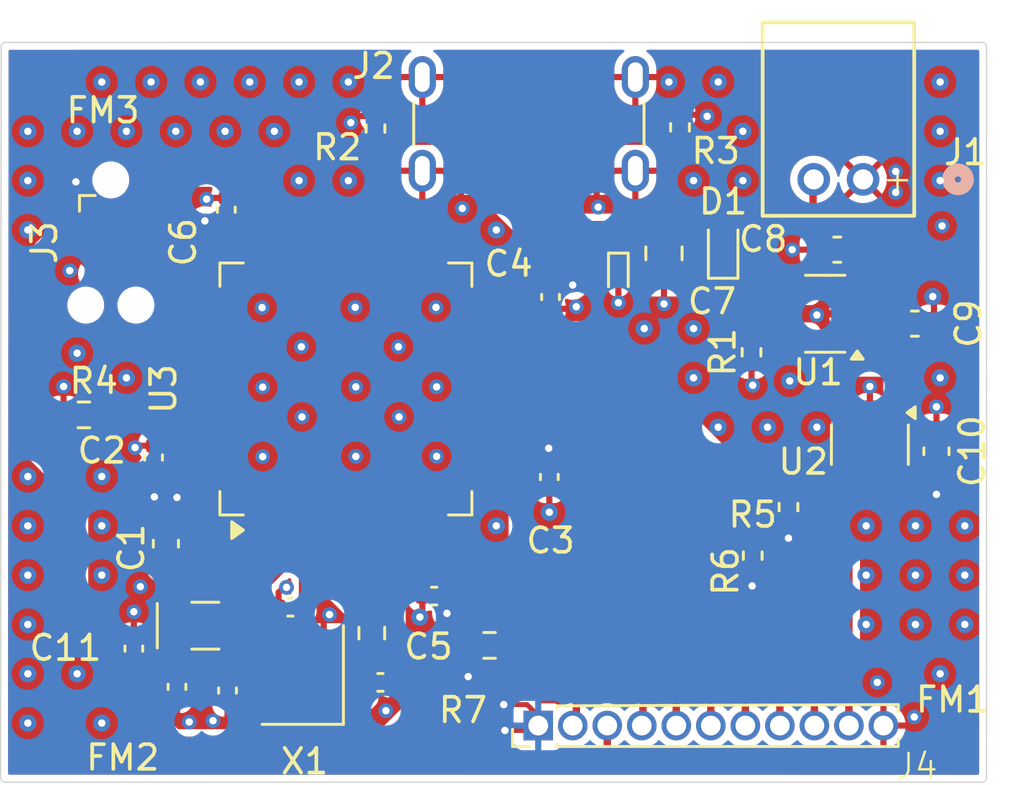
<source format=kicad_pcb>
(kicad_pcb (version 20240108) (generator "pcbnew") (generator_version "8.0")
  (layers (0 "F.Cu" signal) (1 "In1.Cu" signal) (2 "In2.Cu" signal) (31 "B.Cu" signal) (34 "B.Paste" user) (35 "F.Paste" user) (36 "B.SilkS" user "B.Silkscreen") (37 "F.SilkS" user "F.Silkscreen") (38 "B.Mask" user) (39 "F.Mask" user) (44 "Edge.Cuts" user))
  (net 0 "")
  (net 1 "GND")
  (net 2 "+3V3")
  (net 3 "/LSE_IN")
  (net 4 "/LSE_OUT")
  (net 5 "/HSE_IN")
  (net 6 "/SWD_NRST")
  (net 7 "/SW_TRC")
  (net 8 "/SW_CLK")
  (net 9 "/SW_DIO")
  (net 10 "Net-(J2-CC2)")
  (net 11 "Net-(J2-CC1)")
  (net 12 "/HSE_OUT")
  (net 13 "/GPIO_PA2")
  (net 14 "/SPI_MOSI")
  (net 15 "/SPI_SCK")
  (net 16 "/SPI_MISO")
  (net 17 "/TFT_DC")
  (net 18 "/I2C_SDA")
  (net 19 "/I2C_SCL")
  (net 20 "/TFT_TC")
  (net 21 "+5V")
  (net 22 "Net-(C13-Pad2)")
  (net 23 "Net-(U1-PROG)")
  (net 24 "Net-(U3-BOOT0)")
  (net 63 "/+")
  (net 64 "Net-(D1-K)")
  (footprint "Resistor_SMD:R_0402_1005Metric" (layer "F.Cu") (at 128.85 58.24 -90)
    (property "Reference" "R5")
    (property "Value" "4k7" (hide yes))
  )
  (footprint "Diode_SMD:D_SOD-923" (layer "F.Cu") (at 121.95 48.8 -90)
    (property "Reference" "D2" (hide yes))
    (property "Value" "TVS Diode" (hide yes))
  )
  (footprint "Fiducial:Fiducial_0.75mm_Mask1.5mm" (layer "F.Cu") (at 99.35 67.6)
    (property "Reference" "FM2")
    (property "Value" "Fiducial" (hide yes))
  )
  (footprint "Connector:Tag-Connect_TC2030-IDC-NL_2x03_P1.27mm_Vertical" (layer "F.Cu") (at 101.366 47.51 -90)
    (property "Reference" "J3")
    (property "Value" "Conn_ARM_SWD_TagConnect_TC2030-NL" (hide yes))
  )
  (footprint "Crystal:Crystal_SMD_EuroQuartz_EQ161-2Pin_3.2x1.5mm" (layer "F.Cu") (at 105.2 63.05)
    (property "Reference" "X2" (hide yes))
    (property "Value" "32KHz" (hide yes))
  )
  (footprint "Package_QFP:LQFP-64_10x10mm_P0.5mm" (layer "F.Cu") (at 110.9 53.45 90)
    (property "Reference" "U3")
    (property "Value" "STM32L476RGTx" (hide yes))
  )
  (footprint "Capacitor_SMD:C_0402_1005Metric" (layer "F.Cu") (at 108.65 62.3 180)
    (property "Reference" "C12" (hide yes))
    (property "Value" "20p" (hide yes))
  )
  (footprint "Fiducial:Fiducial_0.75mm_Mask1.5mm" (layer "F.Cu") (at 98.8 41.1)
    (property "Reference" "FM3")
    (property "Value" "Fiducial" (hide yes))
  )
  (footprint "Capacitor_SMD:C_0603_1608Metric" (layer "F.Cu") (at 103.6 59.725 -90)
    (property "Reference" "C1")
    (property "Value" "4u7" (hide yes))
  )
  (footprint "Health_Watch:CONN_S2B-PH-K-S_JST" (layer "F.Cu") (at 131.875 44.95 180)
    (property "Reference" "J1")
    (property "Value" "JST-PH-Conn" (hide yes))
  )
  (footprint "Resistor_SMD:R_0603_1608Metric" (layer "F.Cu") (at 111.95 63.35 90)
    (property "Reference" "R9" (hide yes))
    (property "Value" "390R" (hide yes))
  )
  (footprint "Capacitor_SMD:C_0402_1005Metric" (layer "F.Cu") (at 103.1 56.23 90)
    (property "Reference" "C2")
    (property "Value" "100n" (hide yes))
  )
  (footprint "Capacitor_SMD:C_0805_2012Metric" (layer "F.Cu") (at 123.8 47.95 -90)
    (property "Reference" "C7")
    (property "Value" "10u" (hide yes))
  )
  (footprint "Resistor_SMD:R_0402_1005Metric" (layer "F.Cu") (at 124.45 42.84 -90)
    (property "Reference" "R3")
    (property "Value" "5k1" (hide yes))
  )
  (footprint "Fiducial:Fiducial_0.75mm_Mask1.5mm" (layer "F.Cu") (at 135.4 67.6)
    (property "Reference" "FM1")
    (property "Value" "Fiducial" (hide yes))
  )
  (footprint "Capacitor_SMD:C_0603_1608Metric" (layer "F.Cu") (at 134.85 55.975 90)
    (property "Reference" "C10")
    (property "Value" "4u7" (hide yes))
  )
  (footprint "Capacitor_SMD:C_0603_1608Metric" (layer "F.Cu") (at 130.825 47.8 180)
    (property "Reference" "C8")
    (property "Value" "4u7" (hide yes))
  )
  (footprint "Capacitor_SMD:C_0402_1005Metric" (layer "F.Cu") (at 104.05 65.53 -90)
    (property "Reference" "C14" (hide yes))
    (property "Value" "10p" (hide yes))
  )
  (footprint "Capacitor_SMD:C_0603_1608Metric" (layer "F.Cu") (at 133.975 50.8)
    (property "Reference" "C9")
    (property "Value" "4u7" (hide yes))
  )
  (footprint "Capacitor_SMD:C_0402_1005Metric" (layer "F.Cu") (at 102.3 63.98 90)
    (property "Reference" "C11")
    (property "Value" "100n" (hide yes))
  )
  (footprint "Capacitor_SMD:C_0402_1005Metric" (layer "F.Cu") (at 112.3 65.35 180)
    (property "Reference" "C13" (hide yes))
    (property "Value" "20p" (hide yes))
  )
  (footprint "Resistor_SMD:R_0402_1005Metric" (layer "F.Cu") (at 127.35 51.96 90)
    (property "Reference" "R1")
    (property "Value" "5k1" (hide yes))
  )
  (footprint "Capacitor_SMD:C_0402_1005Metric" (layer "F.Cu") (at 114.48 61.85 180)
    (property "Reference" "C5")
    (property "Value" "100n" (hide yes))
  )
  (footprint "Resistor_SMD:R_0603_1608Metric" (layer "F.Cu") (at 100.275 54.5)
    (property "Reference" "R4")
    (property "Value" "10k" (hide yes))
  )
  (footprint "Package_TO_SOT_SMD:SOT-23-5" (layer "F.Cu") (at 130.3375 50.4 180)
    (property "Reference" "U1")
    (property "Value" "MCP73831-2-OT" (hide yes))
  )
  (footprint "Package_TO_SOT_SMD:SOT-23-5" (layer "F.Cu") (at 132.15 55.7125 -90)
    (property "Reference" "U2")
    (property "Value" "MIC5365-3.3YD5" (hide yes))
  )
  (footprint "Crystal:Crystal_SMD_3225-4Pin_3.2x2.5mm" (layer "F.Cu") (at 109.15 65.05 90)
    (property "Reference" "X1")
    (property "Value" "8MHz" (hide yes))
  )
  (footprint "Diode_SMD:D_SOD-523" (layer "F.Cu") (at 126.2 47.7 90)
    (property "Reference" "D1")
    (property "Value" "D_Schottky" (hide yes))
  )
  (footprint "Connector_USB:USB_C_Receptacle_GCT_USB4125-xx-x_6P_TopMnt_Horizontal" (layer "F.Cu") (at 118.32 41.6 180)
    (property "Reference" "J2")
    (property "Value" "USB_C_Receptacle_PowerOnly_6P" (hide yes))
  )
  (footprint "Capacitor_SMD:C_0402_1005Metric" (layer "F.Cu") (at 119.2 49.72 -90)
    (property "Reference" "C4")
    (property "Value" "100n" (hide yes))
  )
  (footprint "Connector_PinHeader_1.00mm:01x10_Conn_Hole" (layer "F.Cu") (at 126.05 67.1 90)
    (property "Reference" "J4")
    (property "Value" "Conn_01x11" (hide yes))
  )
  (footprint "Capacitor_SMD:C_0402_1005Metric" (layer "F.Cu") (at 106.1 65.68 -90)
    (property "Reference" "C15" (hide yes))
    (property "Value" "10p" (hide yes))
  )
  (footprint "Resistor_SMD:R_0402_1005Metric" (layer "F.Cu") (at 127.4 60.21 -90)
    (property "Reference" "R6")
    (property "Value" "4k7" (hide yes))
  )
  (footprint "Resistor_SMD:R_0402_1005Metric" (layer "F.Cu") (at 112.1 42.89 -90)
    (property "Reference" "R2")
    (property "Value" "5k1" (hide yes))
  )
  (footprint "Capacitor_SMD:C_0402_1005Metric" (layer "F.Cu") (at 119.15 57.02 -90)
    (property "Reference" "C3")
    (property "Value" "100n" (hide yes))
  )
  (footprint "Resistor_SMD:R_0603_1608Metric" (layer "F.Cu") (at 116.725 63.85 180)
    (property "Reference" "R7")
    (property "Value" "10K" (hide yes))
  )
  (footprint "Capacitor_SMD:C_0402_1005Metric" (layer "F.Cu") (at 106.05 46.18 90)
    (property "Reference" "C6")
    (property "Value" "100n" (hide yes))
  )
  (gr_line (start 96.897032 69.209178) (end 96.920243 39.603191) (stroke (width 0.05)) (layer "Edge.Cuts"))
  (gr_line (start 136.696978 69.396768) (end 97.1042 69.3928) (stroke (width 0.05)) (layer "Edge.Cuts"))
  (gr_line (start 97.380363 39.397734) (end 97.1042 39.3954) (stroke (width 0.05)) (layer "Edge.Cuts"))
  (gr_arc (start 96.920243 39.603191) (mid 96.965449 39.458299) (end 97.103865 39.396023) (stroke (width 0.05)) (layer "Edge.Cuts"))
  (gr_arc (start 136.6774 39.3954) (mid 136.822292 39.440606) (end 136.884568 39.579022) (stroke (width 0.05)) (layer "Edge.Cuts"))
  (gr_line (start 136.1694 39.3954) (end 136.6774 39.3954) (stroke (width 0.05)) (layer "Edge.Cuts"))
  (gr_line (start 97.380363 39.397734) (end 136.1694 39.3954) (stroke (width 0.05)) (layer "Edge.Cuts"))
  (gr_arc (start 136.8806 69.1896) (mid 136.835394 69.334492) (end 136.696978 69.396768) (stroke (width 0.05)) (layer "Edge.Cuts"))
  (gr_arc (start 97.1042 69.3928) (mid 96.959308 69.347594) (end 96.897032 69.209178) (stroke (width 0.05)) (layer "Edge.Cuts"))
  (gr_line (start 136.884568 39.579022) (end 136.8806 69.1896) (stroke (width 0.05)) (layer "Edge.Cuts"))
  (gr_text "+" (at 132.588 45.4914 0) (layer "F.SilkS") (effects (font (size 1 1) (thickness 0.1)) (justify left bottom)))
  (segment (start 103.409999 55.75) (end 104.008053 56.348054) (width 0.3) (layer "F.Cu") (net 1))
  (segment (start 107.65 46.710894) (end 106.639106 45.7) (width 0.3) (layer "F.Cu") (net 1))
  (segment (start 113.874894 61.75) (end 112.642 60.517106) (width 0.3) (layer "F.Cu") (net 1))
  (segment (start 106.639106 45.7) (end 106 45.7) (width 0.3) (layer "F.Cu") (net 1))
  (segment (start 104.008053 56.348054) (end 104.008053 56.691947) (width 0.3) (layer "F.Cu") (net 1))
  (segment (start 116.575 56.7) (end 117.85 56.7) (width 0.3) (layer "F.Cu") (net 1))
  (segment (start 114.07 61.75) (end 113.874894 61.75) (width 0.3) (layer "F.Cu") (net 1))
  (segment (start 117.85 56.7) (end 118.65 57.5) (width 0.3) (layer "F.Cu") (net 1))
  (segment (start 104.091947 56.691947) (end 104.1 56.7) (width 0.3) (layer "F.Cu") (net 1))
  (segment (start 116.575 50.2) (end 119.128 50.2) (width 0.3) (layer "F.Cu") (net 1))
  (segment (start 103.1 55.75) (end 103.409999 55.75) (width 0.3) (layer "F.Cu") (net 1))
  (segment (start 130.05 50.4) (end 130 50.45) (width 0.3) (layer "F.Cu") (net 1))
  (segment (start 104.1 56.7) (end 105.225 56.7) (width 0.3) (layer "F.Cu") (net 1))
  (segment (start 131.9 45.0223) (end 131.8451 44.9674) (width 0.3) (layer "F.Cu") (net 1))
  (segment (start 119.128 50.2) (end 119.148 50.22) (width 0.3) (layer "F.Cu") (net 1))
  (segment (start 118.65 57.5) (end 119.15 57.5) (width 0.3) (layer "F.Cu") (net 1))
  (segment (start 104.008053 56.691947) (end 104.091947 56.691947) (width 0.3) (layer "F.Cu") (net 1))
  (segment (start 112.642 60.102894) (end 112.642 60.517106) (width 0.3) (layer "F.Cu") (net 1))
  (segment (start 112.65 60.094894) (end 112.642 60.102894) (width 0.3) (layer "F.Cu") (net 1))
  (segment (start 119.113 50.185) (end 119.148 50.22) (width 0.3) (layer "F.Cu") (net 1))
  (segment (start 107.65 47.775) (end 107.65 46.710894) (width 0.3) (layer "F.Cu") (net 1))
  (segment (start 131.475 50.4) (end 130.05 50.4) (width 0.3) (layer "F.Cu") (net 1))
  (segment (start 112.65 59.125) (end 112.65 60.094894) (width 0.3) (layer "F.Cu") (net 1))
  (via (at 134 59) (size 0.7) (drill 0.3) (layers "F.Cu" "B.Cu") (net 1))
  (via (at 134.7 49.7) (size 0.7) (drill 0.3) (layers "F.Cu" "B.Cu") (net 1))
  (via (at 111.1 42.65) (size 0.6) (drill 0.3) (layers "F.Cu" "B.Cu") (net 1))
  (via (at 109.093 51.7398) (size 0.6) (drill 0.3) (layers "F.Cu" "B.Cu") (net 1))
  (via (at 121.95 49.95) (size 0.6) (drill 0.3) (layers "F.Cu" "B.Cu") (net 1))
  (via (at 134 63) (size 0.7) (drill 0.3) (layers "F.Cu" "B.Cu") (net 1))
  (via (at 134.85 54.175) (size 0.6) (drill 0.3) (layers "F.Cu" "B.Cu") (net 1))
  (via (at 109 45) (size 0.7) (drill 0.3) (layers "F.Cu" "B.Cu") (net 1))
  (via (at 127 45) (size 0.7) (drill 0.3) (layers "F.Cu" "B.Cu") (net 1))
  (via (at 127 43) (size 0.7) (drill 0.3) (layers "F.Cu" "B.Cu") (net 1))
  (via (at 99.7 48.65) (size 0.6) (drill 0.3) (layers "F.Cu" "B.Cu") (net 1))
  (via (at 108.492001 61.495238) (size 0.6) (drill 0.3) (layers "F.Cu" "B.Cu") (net 1))
  (via (at 128.9 53.125) (size 0.7) (drill 0.3) (layers "F.Cu" "B.Cu") (net 1))
  (via (at 98 61) (size 0.7) (drill 0.3) (layers "F.Cu" "B.Cu") (net 1))
  (via (at 112.522 66.4972) (size 0.6) (drill 0.3) (layers "F.Cu" "B.Cu") (net 1))
  (via (at 103 41) (size 0.7) (drill 0.3) (layers "F.Cu" "B.Cu") (net 1))
  (via (at 125 51) (size 0.7) (drill 0.3) (layers "F.Cu" "B.Cu") (net 1))
  (via (at 115.6208 46.1264) (size 0.6) (drill 0.3) (layers "F.Cu" "B.Cu") (net 1))
  (via (at 111 45) (size 0.7) (drill 0.3) (layers "F.Cu" "B.Cu") (net 1))
  (via (at 136 63) (size 0.7) (drill 0.3) (layers "F.Cu" "B.Cu") (net 1))
  (via (at 98 43) (size 0.7) (drill 0.3) (layers "F.Cu" "B.Cu") (net 1))
  (via (at 108 43) (size 0.7) (drill 0.3) (layers "F.Cu" "B.Cu") (net 1))
  (via (at 119.15 58.45) (size 0.7) (drill 0.3) (layers "F.Cu" "B.Cu") (net 1))
  (via (at 136 59) (size 0.7) (drill 0.3) (layers "F.Cu" "B.Cu") (net 1))
  (via (at 134 61) (size 0.7) (drill 0.3) (layers "F.Cu" "B.Cu") (net 1))
  (via (at 98 59) (size 0.7) (drill 0.3) (layers "F.Cu" "B.Cu") (net 1))
  (via (at 105.25 45.75) (size 0.6) (drill 0.3) (layers "F.Cu" "B.Cu") (net 1))
  (via (at 98 47) (size 0.7) (drill 0.3) (layers "F.Cu" "B.Cu") (net 1))
  (via (at 117 59) (size 0.7) (drill 0.3) (layers "F.Cu" "B.Cu") (net 1))
  (via (at 126 41) (size 0.7) (drill 0.3) (layers "F.Cu" "B.Cu") (net 1))
  (via (at 135.0772 46.8376) (size 0.6) (drill 0.3) (layers "F.Cu" "B.Cu") (net 1))
  (via (at 98 45) (size 0.7) (drill 0.3) (layers "F.Cu" "B.Cu") (net 1))
  (via (at 126 55) (size 0.7) (drill 0.3) (layers "F.Cu" "B.Cu") (net 1))
  (via (at 133.1976 44.6278) (size 0.6) (drill 0.3) (layers "F.Cu" "B.Cu") (net 1))
  (via (at 101 41) (size 0.7) (drill 0.3) (layers "F.Cu" "B.Cu") (net 1))
  (via (at 123 51) (size 0.7) (drill 0.3) (layers "F.Cu" "B.Cu") (net 1))
  (via (at 125 45) (size 0.7) (drill 0.3) (layers "F.Cu" "B.Cu") (net 1))
  (via (at 98 57) (size 0.7) (drill 0.3) (layers "F.Cu" "B.Cu") (net 1))
  (via (at 104 43) (size 0.7) (drill 0.3) (layers "F.Cu" "B.Cu") (net 1))
  (via (at 113.9 62.7) (size 0.7) (drill 0.3) (layers "F.Cu" "B.Cu") (net 1))
  (via (at 130 55) (size 0.7) (drill 0.3) (layers "F.Cu" "B.Cu") (net 1))
  (via (at 114.554 50.1396) (size 0.6) (drill 0.3) (layers "F.Cu" "B.Cu") (net 1))
  (via (at 102.3 62.484) (size 0.6) (drill 0.3) (layers "F.Cu" "B.Cu") (net 1))
  (via (at 117 47) (size 0.7) (drill 0.3) (layers "F.Cu" "B.Cu") (net 1))
  (via (at 101 59) (size 0.7) (drill 0.3) (layers "F.Cu" "B.Cu") (net 1))
  (via (at 98 67) (size 0.7) (drill 0.3) (layers "F.Cu" "B.Cu") (net 1))
  (via (at 133.1976 45.4778) (size 0.6) (drill 0.3) (layers "F.Cu" "B.Cu") (net 1))
  (via (at 120.2436 50.1142) (size 0.6) (drill 0.3) (layers "F.Cu" "B.Cu") (net 1))
  (via (at 107.5254 56.1952) (size 0.6) (drill 0.3) (layers "F.Cu" "B.Cu") (net 1))
  (via (at 113.03 51.7398) (size 0.6) (drill 0.3) (layers "F.Cu" "B.Cu") (net 1))
  (via (at 111 41) (size 0.7) (drill 0.3) (layers "F.Cu" "B.Cu") (net 1))
  (via (at 132 61) (size 0.7) (drill 0.3) (layers "F.Cu" "B.Cu") (net 1))
  (via (at 107.5 50.15) (size 0.6) (drill 0.3) (layers "F.Cu" "B.Cu") (net 1))
  (via (at 102.5652 61.468) (size 0.6) (drill 0.3) (layers "F.Cu" "B.Cu") (net 1))
  (via (at 109.1184 54.5846) (size 0.6) (drill 0.3) (layers "F.Cu" "B.Cu") (net 1))
  (via (at 135 41) (size 0.7) (drill 0.3) (layers "F.Cu" "B.Cu") (net 1))
  (via (at 101 67) (size 0.7) (drill 0.3) (layers "F.Cu" "B.Cu") (net 1))
  (via (at 98 63) (size 0.7) (drill 0.3) (layers "F.Cu" "B.Cu") (net 1))
  (via (at 125 53) (size 0.7) (drill 0.3) (layers "F.Cu" "B.Cu") (net 1))
  (via (at 99.45 53.35) (size 0.6) (drill 0.3) (layers "F.Cu" "B.Cu") (net 1))
  (via (at 101 57) (size 0.7) (drill 0.3) (layers "F.Cu" "B.Cu") (net 1))
  (via (at 127.4 53.3) (size 0.6) (drill 0.3) (layers "F.Cu" "B.Cu") (net 1))
  (via (at 114.5794 53.3654) (size 0.6) (drill 0.3) (layers "F.Cu" "B.Cu") (net 1))
  (via (at 101 61) (size 0.7) (drill 0.3) (layers "F.Cu" "B.Cu") (net 1))
  (via (at 135 65) (size 0.7) (drill 0.3) (layers "F.Cu" "B.Cu") (net 1))
  (via (at 107.5254 53.3758) (size 0.6) (drill 0.3) (layers "F.Cu" "B.Cu") (net 1))
  (via (at 107 41) (size 0.7) (drill 0.3) (layers "F.Cu" "B.Cu") (net 1))
  (via (at 102 53) (size 0.7) (drill 0.3) (layers "F.Cu" "B.Cu") (net 1))
  (via (at 110.236 62.6) (size 0.6) (drill 0.3) (layers "F.Cu" "B.Cu") (net 1))
  (via (at 100 65) (size 0.7) (drill 0.3) (layers "F.Cu" "B.Cu") (net 1))
  (via (at 124 41) (size 0.7) (drill 0.3) (layers "F.Cu" "B.Cu") (net 1))
  (via (at 133.95 66.75) (size 0.6) (drill 0.3) (layers "F.Cu" "B.Cu") (net 1))
  (via (at 102.35 55.8292) (size 0.6) (drill 0.3) (layers "F.Cu" "B.Cu") (net 1))
  (via (at 113.0554 54.5846) (size 0.6) (drill 0.3) (layers "F.Cu" "B.Cu") (net 1))
  (via (at 132 59) (size 0.7) (drill 0.3) (layers "F.Cu" "B.Cu") (net 1))
  (via (at 111.3028 53.3654) (size 0.6) (drill 0.3) (layers "F.Cu" "B.Cu") (net 1))
  (via (at 125.5522 42.3926) (size 0.6) (drill 0.3) (layers "F.Cu" "B.Cu") (net 1))
  (via (at 105.5116 66.9036) (size 0.6) (drill 0.3) (layers "F.Cu" "B.Cu") (net 1))
  (via (at 100 52) (size 0.7) (drill 0.3) (layers "F.Cu" "B.Cu") (net 1))
  (via (at 104.5464 66.9544) (size 0.6) (drill 0.3) (layers "F.Cu" "B.Cu") (net 1))
  (via (at 130 50.45) (size 0.6) (drill 0.3) (layers "F.Cu" "B.Cu") (net 1))
  (via (at 100 43) (size 0.7) (drill 0.3) (layers "F.Cu" "B.Cu") (net 1))
  (via (at 132.15 53.35) (size 0.6) (drill 0.3) (layers "F.Cu" "B.Cu") (net 1))
  (via (at 98 65) (size 0.7) (drill 0.3) (layers "F.Cu" "B.Cu") (net 1))
  (via (at 132.45 65.35) (size 0.6) (drill 0.3) (layers "F.Cu" "B.Cu") (net 1))
  (via (at 135 45) (size 0.7) (drill 0.3) (layers "F.Cu" "B.Cu") (net 1))
  (via (at 114.5794 56.1848) (size 0.6) (drill 0.3) (layers "F.Cu" "B.Cu") (net 1))
  (via (at 109 41) (size 0.7) (drill 0.3) (layers "F.Cu" "B.Cu") (net 1))
  (via (at 102 43) (size 0.7) (drill 0.3) (layers "F.Cu" "B.Cu") (net 1))
  (via (at 129 47.8) (size 0.6) (drill 0.3) (layers "F.Cu" "B.Cu") (net 1))
  (via (at 136 61) (size 0.7) (drill 0.3) (layers "F.Cu" "B.Cu") (net 1))
  (via (at 123.8 50) (size 0.6) (drill 0.3) (layers "F.Cu" "B.Cu") (net 1))
  (via (at 128 55) (size 0.7) (drill 0.3) (layers "F.Cu" "B.Cu") (net 1))
  (via (at 135 53) (size 0.7) (drill 0.3) (layers "F.Cu" "B.Cu") (net 1))
  (via (at 111.2774 50.1396) (size 0.6) (drill 0.3) (layers "F.Cu" "B.Cu") (net 1))
  (via (at 135 43) (size 0.7) (drill 0.3) (layers "F.Cu" "B.Cu") (net 1))
  (via (at 121.1326 46.0756) (size 0.6) (drill 0.3) (layers "F.Cu" "B.Cu") (net 1))
  (via (at 132 63) (size 0.7) (drill 0.3) (layers "F.Cu" "B.Cu") (net 1))
  (via (at 106 43) (size 0.7) (drill 0.3) (layers "F.Cu" "B.Cu") (net 1))
  (via (at 111.3028 56.1848) (size 0.6) (drill 0.3) (layers "F.Cu" "B.Cu") (net 1))
  (via (at 105 41) (size 0.7) (drill 0.3) (layers "F.Cu" "B.Cu") (net 1))
  (segment (start 118.648 49.26) (end 118.223 49.685) (width 0.3) (layer "F.Cu") (net 2))
  (segment (start 107.142 59.11) (end 106.9854 58.9534) (width 0.3) (layer "F.Cu") (net 2))
  (segment (start 118.2438 66.25) (end 118.8974 66.9036) (width 0.2) (layer "F.Cu") (net 2))
  (segment (start 105.1814 46.6344) (end 105.9744 46.6344) (width 0.3) (layer "F.Cu") (net 2))
  (segment (start 113.922 61.09) (end 114.44 61.09) (width 0.3) (layer "F.Cu") (net 2))
  (segment (start 106.9854 58.9534) (end 103.632 58.9534) (width 0.3) (layer "F.Cu") (net 2))
  (segment (start 116.575 56.2) (end 118.3284 56.2) (width 0.3) (layer "F.Cu") (net 2))
  (segment (start 114.44 61.09) (end 115.03 61.68) (width 0.3) (layer "F.Cu") (net 2))
  (segment (start 117.3 66.25) (end 118.2438 66.25) (width 0.2) (layer "F.Cu") (net 2))
  (segment (start 115.861 65.1168) (end 115.861 64.114) (width 0.3) (layer "F.Cu") (net 2))
  (segment (start 103.378 56.769) (end 103.809 57.2) (width 0.3) (layer "F.Cu") (net 2))
  (segment (start 115 62.55) (end 115 61.78) (width 0.3) (layer "F.Cu") (net 2))
  (segment (start 113.15 60.302) (end 113.142 60.31) (width 0.3) (layer "F.Cu") (net 2))
  (segment (start 118.6942 56.5658) (end 119.1514 56.5658) (width 0.3) (layer "F.Cu") (net 2))
  (segment (start 103.809 57.2) (end 105.225 57.2) (width 0.3) (layer "F.Cu") (net 2))
  (segment (start 115 61.78) (end 115.03 61.75) (width 0.3) (layer "F.Cu") (net 2))
  (segment (start 107.15 46.918) (end 106.892 46.66) (width 0.3) (layer "F.Cu") (net 2))
  (segment (start 113.15 59.125) (end 113.15 60.302) (width 0.3) (layer "F.Cu") (net 2))
  (segment (start 127.3746 60.6754) (end 127.4 60.65) (width 0.3) (layer "F.Cu") (net 2))
  (segment (start 99.95 45.05) (end 99.95 45.423) (width 0.3) (layer "F.Cu") (net 2))
  (segment (start 127.3746 61.4374) (end 127.3746 60.6754) (width 0.3) (layer "F.Cu") (net 2))
  (segment (start 118.501 67.3) (end 118.8974 66.9036) (width 0.2) (layer "F.Cu") (net 2))
  (segment (start 107.15 47.775) (end 107.15 46.918) (width 0.3) (layer "F.Cu") (net 2))
  (segment (start 118.223 49.685) (end 116.567 49.685) (width 0.3) (layer "F.Cu") (net 2))
  (segment (start 119.1514 56.5658) (end 119.1514 55.88) (width 0.3) (layer "F.Cu") (net 2))
  (segment (start 105.9744 46.6344) (end 106 46.66) (width 0.3) (layer "F.Cu") (net 2))
  (segment (start 119.1514 55.88) (end 119.126 55.8546) (width 0.3) (layer "F.Cu") (net 2))
  (segment (start 134.7 56.825) (end 134.85 56.675) (width 0.2) (layer "F.Cu") (net 2))
  (segment (start 134.85 57.725) (end 134.85 56.675) (width 0.2) (layer "F.Cu") (net 2))
  (segment (start 117.348 67.3) (end 118.501 67.3) (width 0.2) (layer "F.Cu") (net 2))
  (segment (start 106.892 46.66) (end 106 46.66) (width 0.3) (layer "F.Cu") (net 2))
  (segment (start 119.148 49.26) (end 120.073 49.26) (width 0.3) (layer "F.Cu") (net 2))
  (segment (start 99.95 45.423) (end 100.732 46.205) (width 0.3) (layer "F.Cu") (net 2))
  (segment (start 113.142 60.31) (end 113.922 61.09) (width 0.3) (layer "F.Cu") (net 2))
  (segment (start 118.648 49.26) (end 119.148 49.26) (width 0.3) (layer "F.Cu") (net 2))
  (segment (start 118.3284 56.2) (end 118.6942 56.5658) (width 0.3) (layer "F.Cu") (net 2))
  (segment (start 115.03 61.68) (end 115.03 61.75) (width 0.3) (layer "F.Cu") (net 2))
  (segment (start 128.85 59.5) (end 128.85 58.66) (width 0.3) (layer "F.Cu") (net 2))
  (segment (start 133.15 56.825) (end 134.7 56.825) (width 0.2) (layer "F.Cu") (net 2))
  (segment (start 120.073 49.26) (end 120.098 49.235) (width 0.3) (layer "F.Cu") (net 2))
  (via (at 104.05 57.85) (size 0.6) (drill 0.3) (layers "F.Cu" "B.Cu") (net 2))
  (via (at 127.3746 61.4374) (size 0.6) (drill 0.3) (layers "F.Cu" "B.Cu") (net 2))
  (via (at 103.132 57.828) (size 0.6) (drill 0.3) (layers "F.Cu" "B.Cu") (net 2))
  (via (at 99.95 45.05) (size 0.6) (drill 0.3) (layers "F.Cu" "B.Cu") (net 2))
  (via (at 120.098 49.235) (size 0.6) (drill 0.3) (layers "F.Cu" "B.Cu") (net 2))
  (via (at 128.85 59.5) (size 0.6) (drill 0.3) (layers "F.Cu" "B.Cu") (net 2))
  (via (at 117.348 67.3) (size 0.6) (drill 0.3) (layers "F.Cu" "B.Cu") (net 2))
  (via (at 119.126 55.8546) (size 0.6) (drill 0.3) (layers "F.Cu" "B.Cu") (net 2))
  (via (at 115 62.55) (size 0.6) (drill 0.3) (layers "F.Cu" "B.Cu") (net 2))
  (via (at 134.85 57.725) (size 0.6) (drill 0.3) (layers "F.Cu" "B.Cu") (net 2))
  (via (at 105.1814 46.6344) (size 0.6) (drill 0.3) (layers "F.Cu" "B.Cu") (net 2))
  (via (at 117.3 66.25) (size 0.6) (drill 0.3) (layers "F.Cu" "B.Cu") (net 2))
  (via (at 115.861 65.1168) (size 0.6) (drill 0.3) (layers "F.Cu" "B.Cu") (net 2))
  (segment (start 104.792 60.72) (end 104.1288 61.3832) (width 0.3) (layer "F.Cu") (net 3))
  (segment (start 104.1288 61.3832) (end 104.1288 63.252) (width 0.3) (layer "F.Cu") (net 3))
  (segment (start 107.43312 60.72) (end 104.792 60.72) (width 0.3) (layer "F.Cu") (net 3))
  (segment (start 104.067 63.3138) (end 104.1288 63.252) (width 0.3) (layer "F.Cu") (net 3))
  (segment (start 104.067 65.035) (end 104.067 63.3138) (width 0.3) (layer "F.Cu") (net 3))
  (segment (start 108.15 60.00312) (end 107.43312 60.72) (width 0.3) (layer "F.Cu") (net 3))
  (segment (start 108.15 59.125) (end 108.15 60.00312) (width 0.3) (layer "F.Cu") (net 3))
  (segment (start 106.6288 64.0712) (end 106.05 64.65) (width 0.3) (layer "F.Cu") (net 4))
  (segment (start 106.05 64.65) (end 106.05 65.035) (width 0.3) (layer "F.Cu") (net 4))
  (segment (start 107.848 61.22) (end 108.65 60.418) (width 0.3) (layer "F.Cu") (net 4))
  (segment (start 106.578 61.474) (end 106.832 61.22) (width 0.3) (layer "F.Cu") (net 4))
  (segment (start 106.6288 63.252) (end 106.6288 64.0712) (width 0.3) (layer "F.Cu") (net 4))
  (segment (start 106.832 61.22) (end 107.848 61.22) (width 0.3) (layer "F.Cu") (net 4))
  (segment (start 106.578 63.252) (end 106.578 61.474) (width 0.3) (layer "F.Cu") (net 4))
  (segment (start 106.667 63.2902) (end 106.6288 63.252) (width 0.3) (layer "F.Cu") (net 4))
  (segment (start 108.65 60.418) (end 108.65 59.125) (width 0.3) (layer "F.Cu") (net 4))
  (segment (start 109.15 60.526894) (end 109.15 59.125) (width 0.3) (layer "F.Cu") (net 5))
  (segment (start 109.13 62.3) (end 109.13 62.609999) (width 0.3) (layer "F.Cu") (net 5))
  (segment (start 109.142 60.534894) (end 109.15 60.526894) (width 0.3) (layer "F.Cu") (net 5))
  (segment (start 109.142 62.354) (end 109.142 60.534894) (width 0.3) (layer "F.Cu") (net 5))
  (segment (start 108.3 63.439999) (end 108.3 63.95) (width 0.3) (layer "F.Cu") (net 5))
  (segment (start 109.148 62.36) (end 109.142 62.354) (width 0.3) (layer "F.Cu") (net 5))
  (segment (start 109.13 62.609999) (end 108.3 63.439999) (width 0.3) (layer "F.Cu") (net 5))
  (segment (start 99.025 47.475) (end 99.5 47.475) (width 0.3) (layer "F.Cu") (net 6))
  (segment (start 101.990001 64.48) (end 100 62.489999) (width 0.3) (layer "F.Cu") (net 6))
  (segment (start 110.15 60.00312) (end 111.40688 61.26) (width 0.3) (layer "F.Cu") (net 6))
  (segment (start 102.3 64.48) (end 101.990001 64.48) (width 0.3) (layer "F.Cu") (net 6))
  (segment (start 113.548 66.652) (end 113.175 67.025) (width 0.3) (layer "F.Cu") (net 6))
  (segment (start 112.873 63.973) (end 113.95 65.05) (width 0.3) (layer "F.Cu") (net 6))
  (segment (start 110.15 59.125) (end 110.15 60.00312) (width 0.3) (layer "F.Cu") (net 6))
  (segment (start 99.5 47.475) (end 100.732 47.475) (width 0.3) (layer "F.Cu") (net 6))
  (segment (start 113.175 67.025) (end 112.5 67.7) (width 0.3) (layer "F.Cu") (net 6))
  (segment (start 121.5 68.0348) (end 121.5 67.1) (width 0.3) (layer "F.Cu") (net 6))
  (segment (start 100 62.489999) (end 100 57.6) (width 0.3) (layer "F.Cu") (net 6))
  (segment (start 112.5 67.7) (end 103.9 67.7) (width 0.3) (layer "F.Cu") (net 6))
  (segment (start 100 57.6) (end 98.3 55.9) (width 0.3) (layer "F.Cu") (net 6))
  (segment (start 112.873 61.485) (end 112.873 63.973) (width 0.3) (layer "F.Cu") (net 6))
  (segment (start 103.9 67.7) (end 102.3 66.1) (width 0.3) (layer "F.Cu") (net 6))
  (segment (start 102.3 66.1) (end 102.3 64.7) (width 0.3) (layer "F.Cu") (net 6))
  (segment (start 115.1636 68.2752) (end 121.2596 68.2752) (width 0.3) (layer "F.Cu") (net 6))
  (segment (start 113.95 66.25) (end 113.548 66.652) (width 0.3) (layer "F.Cu") (net 6))
  (segment (start 98.3 55.9) (end 98.3 48.2) (width 0.3) (layer "F.Cu") (net 6))
  (segment (start 98.3 48.2) (end 99.025 47.475) (width 0.3) (layer "F.Cu") (net 6))
  (segment (start 112.648 61.26) (end 112.873 61.485) (width 0.3) (layer "F.Cu") (net 6))
  (segment (start 113.548 66.6596) (end 115.1636 68.2752) (width 0.3) (layer "F.Cu") (net 6))
  (segment (start 111.40688 61.26) (end 112.648 61.26) (width 0.3) (layer "F.Cu") (net 6))
  (segment (start 113.548 66.652) (end 113.548 66.6596) (width 0.3) (layer "F.Cu") (net 6))
  (segment (start 113.95 65.05) (end 113.95 66.25) (width 0.3) (layer "F.Cu") (net 6))
  (segment (start 121.2596 68.2752) (end 121.5 68.0348) (width 0.3) (layer "F.Cu") (net 6))
  (segment (start 103.3 51.65312) (end 104.34688 52.7) (width 0.3) (layer "F.Cu") (net 7))
  (segment (start 103.3 49.6) (end 103.3 51.65312) (width 0.3) (layer "F.Cu") (net 7))
  (segment (start 102.002 48.745) (end 102.445 48.745) (width 0.3) (layer "F.Cu") (net 7))
  (segment (start 102.445 48.745) (end 103.3 49.6) (width 0.3) (layer "F.Cu") (net 7))
  (segment (start 104.34688 52.7) (end 105.225 52.7) (width 0.3) (layer "F.Cu") (net 7))
  (segment (start 105.217 49.685) (end 104.385 49.685) (width 0.3) (layer "F.Cu") (net 8))
  (segment (start 104.385 49.685) (end 102.175 47.475) (width 0.3) (layer "F.Cu") (net 8))
  (segment (start 102.175 47.475) (end 102.002 47.475) (width 0.3) (layer "F.Cu") (net 8))
  (segment (start 102.097 46.3) (end 102.002 46.205) (width 0.3) (layer "F.Cu") (net 9))
  (segment (start 108.15 45.75) (end 107.2 44.8) (width 0.3) (layer "F.Cu") (net 9))
  (segment (start 107.2 44.8) (end 104.6 44.8) (width 0.3) (layer "F.Cu") (net 9))
  (segment (start 108.15 47.775) (end 108.15 45.75) (width 0.3) (layer "F.Cu") (net 9))
  (segment (start 104.6 44.8) (end 103.1 46.3) (width 0.3) (layer "F.Cu") (net 9))
  (segment (start 103.1 46.3) (end 102.097 46.3) (width 0.3) (layer "F.Cu") (net 9))
  (segment (start 117.05 43.4) (end 112.01 43.4) (width 0.3) (layer "F.Cu") (net 10))
  (segment (start 117.88 44.23) (end 117.05 43.4) (width 0.3) (layer "F.Cu") (net 10))
  (segment (start 118.88 44.23) (end 119.71 43.4) (width 0.3) (layer "F.Cu") (net 11))
  (segment (start 119.71 43.4) (end 124.51 43.4) (width 0.3) (layer "F.Cu") (net 11))
  (segment (start 111.36 62.46) (end 112.048 62.46) (width 0.3) (layer "F.Cu") (net 12))
  (segment (start 109.642 60.742) (end 111.36 62.46) (width 0.3) (layer "F.Cu") (net 12))
  (segment (start 109.65 60.734) (end 109.65 59.125) (width 0.3) (layer "F.Cu") (net 12))
  (segment (start 109.642 60.742) (end 109.65 60.734) (width 0.3) (layer "F.Cu") (net 12))
  (segment (start 114.65 59.125) (end 114.65 60.1162) (width 0.3) (layer "F.Cu") (net 13))
  (segment (start 116.6114 61.0362) (end 117.6406 62.0654) (width 0.3) (layer "F.Cu") (net 13))
  (segment (start 117.6406 64.1736) (end 118.7704 65.3034) (width 0.3) (layer "F.Cu") (net 13))
  (segment (start 118.7704 65.3034) (end 119.8372 65.3034) (width 0.3) (layer "F.Cu") (net 13))
  (segment (start 114.65 60.1162) (end 115.57 61.0362) (width 0.3) (layer "F.Cu") (net 13))
  (segment (start 115.57 61.0362) (end 116.6114 61.0362) (width 0.3) (layer "F.Cu") (net 13))
  (segment (start 120.2474 65.7136) (end 120.2474 66.9036) (width 0.3) (layer "F.Cu") (net 13))
  (segment (start 117.6406 62.0654) (end 117.6406 64.1736) (width 0.3) (layer "F.Cu") (net 13))
  (segment (start 119.8372 65.3034) (end 120.2474 65.7136) (width 0.3) (layer "F.Cu") (net 13))
  (segment (start 116.575 54.2) (end 120.083507 54.2) (width 0.3) (layer "F.Cu") (net 14))
  (segment (start 123.0376 57.154093) (end 123.0376 60.7822) (width 0.3) (layer "F.Cu") (net 14))
  (segment (start 123.0376 60.7822) (end 125.73 63.4746) (width 0.3) (layer "F.Cu") (net 14))
  (segment (start 120.083507 54.2) (end 123.0376 57.154093) (width 0.3) (layer "F.Cu") (net 14))
  (segment (start 126.4412 63.4746) (end 127.1 64.1334) (width 0.3) (layer "F.Cu") (net 14))
  (segment (start 125.73 63.4746) (end 126.4412 63.4746) (width 0.3) (layer "F.Cu") (net 14))
  (segment (start 127.1 64.1334) (end 127.1 67.1) (width 0.3) (layer "F.Cu") (net 14))
  (segment (start 120.4214 61.7474) (end 123.3424 64.6684) (width 0.3) (layer "F.Cu") (net 15))
  (segment (start 120.4214 55.9816) (end 120.4214 61.7474) (width 0.3) (layer "F.Cu") (net 15))
  (segment (start 123.9012 64.6684) (end 124.2974 65.0646) (width 0.3) (layer "F.Cu") (net 15))
  (segment (start 116.575 55.2) (end 119.6398 55.2) (width 0.3) (layer "F.Cu") (net 15))
  (segment (start 124.2974 65.0646) (end 124.2974 66.9036) (width 0.3) (layer "F.Cu") (net 15))
  (segment (start 123.3424 64.6684) (end 123.9012 64.6684) (width 0.3) (layer "F.Cu") (net 15))
  (segment (start 119.6398 55.2) (end 120.4214 55.9816) (width 0.3) (layer "F.Cu") (net 15))
  (segment (start 125.7 64.6638) (end 125.7 67.1) (width 0.3) (layer "F.Cu") (net 16))
  (segment (start 121.4628 56.2864) (end 121.4628 61.1378) (width 0.3) (layer "F.Cu") (net 16))
  (segment (start 121.4628 61.1378) (end 124.5362 64.2112) (width 0.3) (layer "F.Cu") (net 16))
  (segment (start 124.5362 64.2112) (end 125.2474 64.2112) (width 0.3) (layer "F.Cu") (net 16))
  (segment (start 125.2474 64.2112) (end 125.7 64.6638) (width 0.3) (layer "F.Cu") (net 16))
  (segment (start 119.8764 54.7) (end 121.4628 56.2864) (width 0.3) (layer "F.Cu") (net 16))
  (segment (start 116.575 54.7) (end 119.8764 54.7) (width 0.3) (layer "F.Cu") (net 16))
  (segment (start 121.412 65.3288) (end 122.3518 65.3288) (width 0.3) (layer "F.Cu") (net 17))
  (segment (start 117.95 60.7238) (end 118.5418 61.3156) (width 0.3) (layer "F.Cu") (net 17))
  (segment (start 118.5418 62.4586) (end 121.412 65.3288) (width 0.3) (layer "F.Cu") (net 17))
  (segment (start 118.5418 61.3156) (end 118.5418 62.4586) (width 0.3) (layer "F.Cu") (net 17))
  (segment (start 122.9474 65.9244) (end 122.9474 66.9036) (width 0.3) (layer "F.Cu") (net 17))
  (segment (start 117.45 57.2) (end 117.95 57.7) (width 0.3) (layer "F.Cu") (net 17))
  (segment (start 117.95 57.7) (end 117.95 60.7238) (width 0.3) (layer "F.Cu") (net 17))
  (segment (start 116.575 57.2) (end 117.45 57.2) (width 0.3) (layer "F.Cu") (net 17))
  (segment (start 122.3518 65.3288) (end 122.9474 65.9244) (width 0.3) (layer "F.Cu") (net 17))
  (segment (start 127.49 57.64) (end 128.85 57.64) (width 0.3) (layer "F.Cu") (net 18))
  (segment (start 131.3 67.1) (end 131.3 60.09) (width 0.3) (layer "F.Cu") (net 18))
  (segment (start 120.999544 51.15) (end 121.024772 51.175228) (width 0.3) (layer "F.Cu") (net 18))
  (segment (start 118.3 51.15) (end 120.999544 51.15) (width 0.3) (layer "F.Cu") (net 18))
  (segment (start 125.149544 55.3) (end 125.15 55.3) (width 0.3) (layer "F.Cu") (net 18))
  (segment (start 117.85 50.7) (end 118.3 51.15) (width 0.3) (layer "F.Cu") (net 18))
  (segment (start 125.15 55.3) (end 127.49 57.64) (width 0.3) (layer "F.Cu") (net 18))
  (segment (start 116.575 50.7) (end 117.85 50.7) (width 0.3) (layer "F.Cu") (net 18))
  (segment (start 121.024772 51.175228) (end 125.149544 55.3) (width 0.3) (layer "F.Cu") (net 18))
  (segment (start 131.3 60.09) (end 128.85 57.64) (width 0.3) (layer "F.Cu") (net 18))
  (segment (start 127.4 59.63) (end 125.78 59.63) (width 0.3) (layer "F.Cu") (net 19))
  (segment (start 125.35 59.2) (end 125.35 57.4) (width 0.3) (layer "F.Cu") (net 19))
  (segment (start 117.55 51.2) (end 116.575 51.2) (width 0.3) (layer "F.Cu") (net 19))
  (segment (start 118 51.65) (end 117.55 51.2) (width 0.3) (layer "F.Cu") (net 19))
  (segment (start 129.9 67.1) (end 129.9 62.13) (width 0.3) (layer "F.Cu") (net 19))
  (segment (start 119.6 51.65) (end 118 51.65) (width 0.3) (layer "F.Cu") (net 19))
  (segment (start 125.35 57.4) (end 119.6 51.65) (width 0.3) (layer "F.Cu") (net 19))
  (segment (start 125.78 59.63) (end 125.35 59.2) (width 0.3) (layer "F.Cu") (net 19))
  (segment (start 129.9 62.13) (end 127.4 59.63) (width 0.3) (layer "F.Cu") (net 19))
  (segment (start 116.575 52.7) (end 119.65 52.7) (width 0.3) (layer "F.Cu") (net 20))
  (segment (start 124.3 57.35) (end 124.3 60.6) (width 0.3) (layer "F.Cu") (net 20))
  (segment (start 126.6 62.65) (end 128.5 64.55) (width 0.3) (layer "F.Cu") (net 20))
  (segment (start 119.65 52.7) (end 124.3 57.35) (width 0.3) (layer "F.Cu") (net 20))
  (segment (start 126.35 62.65) (end 126.6 62.65) (width 0.3) (layer "F.Cu") (net 20))
  (segment (start 124.3 60.6) (end 126.35 62.65) (width 0.3) (layer "F.Cu") (net 20))
  (segment (start 128.5 64.55) (end 128.5 67.1) (width 0.3) (layer "F.Cu") (net 20))
  (segment (start 116.86 44.83) (end 116.86 45.43) (width 0.5) (layer "F.Cu") (net 21))
  (segment (start 123.6884 46.8884) (end 123.8 47) (width 0.5) (layer "F.Cu") (net 21))
  (segment (start 121.95 48.1) (end 121.95 46.8884) (width 0.3) (layer "F.Cu") (net 21))
  (segment (start 118.3184 46.8884) (end 119.888 46.8884) (width 0.5) (layer "F.Cu") (net 21))
  (segment (start 119.9 46.8764) (end 119.888 46.8884) (width 0.5) (layer "F.Cu") (net 21))
  (segment (start 121.95 46.8884) (end 123.6884 46.8884) (width 0.5) (layer "F.Cu") (net 21))
  (segment (start 116.86 45.43) (end 118.3184 46.8884) (width 0.5) (layer "F.Cu") (net 21))
  (segment (start 123.8 47) (end 126.1 47) (width 0.5) (layer "F.Cu") (net 21))
  (segment (start 119.888 46.8884) (end 121.95 46.8884) (width 0.5) (layer "F.Cu") (net 21))
  (segment (start 119.9 44.83) (end 119.9 46.8764) (width 0.5) (layer "F.Cu") (net 21))
  (segment (start 111.82 64.83) (end 111.82 65.4) (width 0.2) (layer "F.Cu") (net 22))
  (segment (start 110.308 66.2) (end 110.248 66.26) (width 0.2) (layer "F.Cu") (net 22))
  (segment (start 111.82 65.98) (end 111.6 66.2) (width 0.2) (layer "F.Cu") (net 22))
  (segment (start 112.048 64.11) (end 112.048 64.602) (width 0.2) (layer "F.Cu") (net 22))
  (segment (start 112.048 64.602) (end 111.82 64.83) (width 0.2) (layer "F.Cu") (net 22))
  (segment (start 111.6 66.2) (end 110.308 66.2) (width 0.2) (layer "F.Cu") (net 22))
  (segment (start 111.82 65.4) (end 111.82 65.98) (width 0.2) (layer "F.Cu") (net 22))
  (segment (start 129.025 51.4) (end 127.44 51.4) (width 0.2) (layer "F.Cu") (net 23))
  (segment (start 127.44 51.4) (end 127.35 51.49) (width 0.2) (layer "F.Cu") (net 23))
  (segment (start 101.05 54.4) (end 103 54.4) (width 0.3) (layer "F.Cu") (net 24))
  (segment (start 103 54.4) (end 103.8 55.2) (width 0.3) (layer "F.Cu") (net 24))
  (segment (start 103.8 55.2) (end 105.225 55.2) (width 0.3) (layer "F.Cu") (net 24))
  (segment (start 131.4 46.9) (end 131.65 47.15) (width 0.3) (layer "F.Cu") (net 63))
  (segment (start 131.65 47.15) (end 131.65 47.85) (width 0.3) (layer "F.Cu") (net 63))
  (segment (start 130.5 46.7) (end 131.2 46.7) (width 0.3) (layer "F.Cu") (net 63))
  (segment (start 132.45 46.8) (end 131.5 46.8) (width 0.3) (layer "F.Cu") (net 63))
  (segment (start 131.6 49.4) (end 131.5 49.5) (width 0.3) (layer "F.Cu") (net 63))
  (segment (start 131.1 52.8) (end 131.4 52.5) (width 0.3) (layer "F.Cu") (net 63))
  (segment (start 129.845099 44.9674) (end 129.7432 45.069299) (width 0.3) (layer "F.Cu") (net 63))
  (segment (start 131.1 54.55) (end 131.1 52.8) (width 0.3) (layer "F.Cu") (net 63))
  (segment (start 133.15 54.4) (end 133.15 47.5) (width 0.3) (layer "F.Cu") (net 63))
  (segment (start 131.5 46.8) (end 131.4 46.9) (width 0.3) (layer "F.Cu") (net 63))
  (segment (start 129.845099 46.045099) (end 130.5 46.7) (width 0.3) (layer "F.Cu") (net 63))
  (segment (start 131.6 47.9) (end 131.6 49.4) (width 0.3) (layer "F.Cu") (net 63))
  (segment (start 133.15 47.5) (end 132.45 46.8) (width 0.3) (layer "F.Cu") (net 63))
  (segment (start 131.2 46.7) (end 131.4 46.9) (width 0.3) (layer "F.Cu") (net 63))
  (segment (start 133 54.55) (end 133.15 54.4) (width 0.3) (layer "F.Cu") (net 63))
  (segment (start 131.4 52.5) (end 133 52.5) (width 0.3) (layer "F.Cu") (net 63))
  (segment (start 129.845099 44.9674) (end 129.845099 46.045099) (width 0.3) (layer "F.Cu") (net 63))
  (segment (start 126.1 48.4) (end 126.5 48.4) (width 0.5) (layer "F.Cu") (net 64))
  (segment (start 126.5 48.4) (end 127.6 49.5) (width 0.5) (layer "F.Cu") (net 64))
  (segment (start 127.6 49.5) (end 129.225 49.5) (width 0.5) (layer "F.Cu") (net 64))
  (zone (net 2) (net_name "+3V3") (layer "F.Cu") (connect_pads yes (clearance 0.3)) (min_thickness 0.25) (fill yes (thermal_gap 0.5) (thermal_bridge_width 0.5))
    (polygon (pts (xy 103.1 59.6) (xy 102.5 57.75) (xy 102.75 57) (xy 103 56.5) (xy 103.632 56.5) (xy 104.8004 56.9722) (xy 106.2228 56.9722) (xy 106.5 58) (xy 107.4674 58.42) (xy 107.4166 59.055) (xy 107.3912 60.0202) (xy 106.2562 59.3726) (xy 104.9 59.6) (xy 104.4 59.6)))
  )
  (zone (net 1) (net_name "GND") (layers "F.Cu" "In1.Cu" "In2.Cu") (priority 1) (connect_pads (clearance 0.3)) (min_thickness 0.15) (fill yes (thermal_gap 0.3) (thermal_bridge_width 0.25))
    (polygon (pts (xy 96.8756 69.4182) (xy 96.8756 39.4208) (xy 136.9314 39.4208) (xy 136.906 69.4182)))
  )
  (zone (net 2) (net_name "+3V3") (layer "B.Cu") (priority 1) (connect_pads (clearance 0.3)) (min_thickness 0.1) (fill yes (thermal_gap 0.4) (thermal_bridge_width 0.25))
    (polygon (pts (xy 96.901 69.4182) (xy 96.901 39.37) (xy 136.906 39.37) (xy 136.906 69.4182)))
  )
)
</source>
